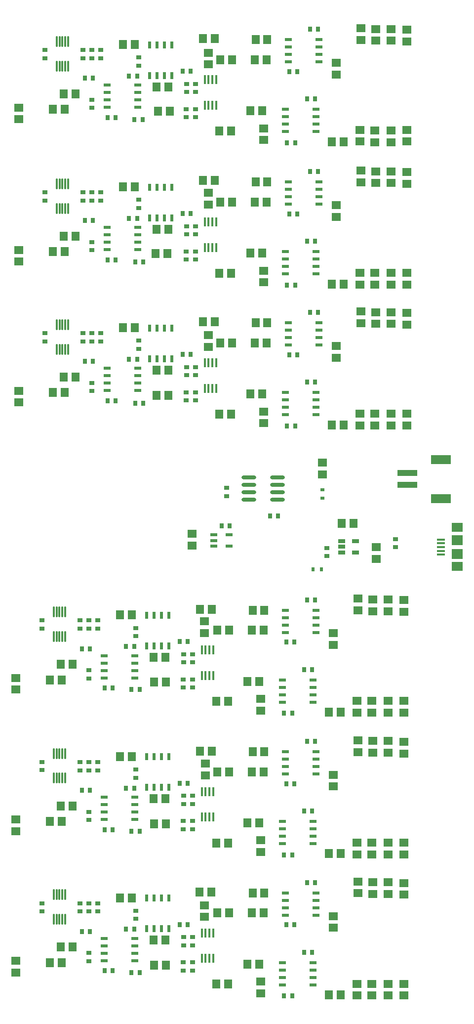
<source format=gtp>
G04 Layer_Color=8421504*
%FSLAX43Y43*%
%MOMM*%
G71*
G01*
G75*
%ADD10R,0.800X0.900*%
%ADD11R,1.500X1.400*%
%ADD12R,1.400X1.500*%
%ADD13R,0.900X0.800*%
%ADD14R,0.600X0.800*%
%ADD15R,0.800X0.600*%
%ADD16R,1.220X0.620*%
%ADD17O,2.500X0.700*%
%ADD18R,1.350X0.400*%
%ADD19R,1.900X1.800*%
%ADD20R,1.300X0.700*%
%ADD21R,3.500X1.000*%
%ADD22R,3.400X1.500*%
G04:AMPARAMS|DCode=23|XSize=0.55mm|YSize=1.25mm|CornerRadius=0.05mm|HoleSize=0mm|Usage=FLASHONLY|Rotation=90.000|XOffset=0mm|YOffset=0mm|HoleType=Round|Shape=RoundedRectangle|*
%AMROUNDEDRECTD23*
21,1,0.550,1.151,0,0,90.0*
21,1,0.451,1.250,0,0,90.0*
1,1,0.099,0.576,0.226*
1,1,0.099,0.576,-0.226*
1,1,0.099,-0.576,-0.226*
1,1,0.099,-0.576,0.226*
%
%ADD23ROUNDEDRECTD23*%
%ADD24R,0.432X1.499*%
%ADD25O,0.300X2.000*%
G04:AMPARAMS|DCode=26|XSize=0.55mm|YSize=1.25mm|CornerRadius=0.05mm|HoleSize=0mm|Usage=FLASHONLY|Rotation=0.000|XOffset=0mm|YOffset=0mm|HoleType=Round|Shape=RoundedRectangle|*
%AMROUNDEDRECTD26*
21,1,0.550,1.151,0,0,0.0*
21,1,0.451,1.250,0,0,0.0*
1,1,0.099,0.226,-0.576*
1,1,0.099,-0.226,-0.576*
1,1,0.099,-0.226,0.576*
1,1,0.099,0.226,0.576*
%
%ADD26ROUNDEDRECTD26*%
%ADD31R,1.900X1.488*%
D10*
X45150Y38481D02*
D03*
X43750D02*
D03*
X45150Y62738D02*
D03*
X43750D02*
D03*
X45150Y86995D02*
D03*
X43750D02*
D03*
X45785Y136017D02*
D03*
X44385D02*
D03*
X45785Y160274D02*
D03*
X44385D02*
D03*
X45658Y184658D02*
D03*
X44258D02*
D03*
X68899Y116713D02*
D03*
X67499D02*
D03*
X59179Y115062D02*
D03*
X60579D02*
D03*
X69912Y34479D02*
D03*
X71312D02*
D03*
X70293Y46671D02*
D03*
X71693D02*
D03*
X75249Y53910D02*
D03*
X73849D02*
D03*
X39116Y38797D02*
D03*
X40516D02*
D03*
X44199Y45909D02*
D03*
X42799D02*
D03*
X35241Y45528D02*
D03*
X36641D02*
D03*
X69912Y58674D02*
D03*
X71312D02*
D03*
X70293Y70866D02*
D03*
X71693D02*
D03*
X75249Y78105D02*
D03*
X73849D02*
D03*
X39116Y62992D02*
D03*
X40516D02*
D03*
X44199Y70104D02*
D03*
X42799D02*
D03*
X35241Y69723D02*
D03*
X36641D02*
D03*
X69912Y82931D02*
D03*
X71312D02*
D03*
X70293Y95123D02*
D03*
X71693D02*
D03*
X75249Y102362D02*
D03*
X73849D02*
D03*
X39116Y87249D02*
D03*
X40516D02*
D03*
X44199Y94361D02*
D03*
X42799D02*
D03*
X35241Y93980D02*
D03*
X36641D02*
D03*
X70420Y132142D02*
D03*
X71820D02*
D03*
X70801Y144334D02*
D03*
X72201D02*
D03*
X75757Y151573D02*
D03*
X74357D02*
D03*
X39624Y136460D02*
D03*
X41024D02*
D03*
X44707Y143572D02*
D03*
X43307D02*
D03*
X35749Y143191D02*
D03*
X37149D02*
D03*
X70420Y156272D02*
D03*
X71820D02*
D03*
X70801Y168464D02*
D03*
X72201D02*
D03*
X75757Y175703D02*
D03*
X74357D02*
D03*
X39624Y160590D02*
D03*
X41024D02*
D03*
X44707Y167702D02*
D03*
X43307D02*
D03*
X35749Y167321D02*
D03*
X37149D02*
D03*
X70420Y180656D02*
D03*
X71820D02*
D03*
X75757Y200087D02*
D03*
X74357D02*
D03*
X70801Y192848D02*
D03*
X72201D02*
D03*
X44707Y192086D02*
D03*
X43307D02*
D03*
X39624Y184974D02*
D03*
X41024D02*
D03*
X35749Y191705D02*
D03*
X37149D02*
D03*
X75249Y188149D02*
D03*
X73849D02*
D03*
X74741Y41972D02*
D03*
X73341D02*
D03*
X74741Y66167D02*
D03*
X73341D02*
D03*
X74741Y90424D02*
D03*
X73341D02*
D03*
X75249Y139635D02*
D03*
X73849D02*
D03*
X75249Y163765D02*
D03*
X73849D02*
D03*
X52005Y46736D02*
D03*
X53405D02*
D03*
X52005Y70931D02*
D03*
X53405D02*
D03*
X52005Y95188D02*
D03*
X53405D02*
D03*
X52513Y144399D02*
D03*
X53913D02*
D03*
X52513Y168529D02*
D03*
X53913D02*
D03*
X52513Y192913D02*
D03*
X53913D02*
D03*
D11*
X56896Y194072D02*
D03*
Y196072D02*
D03*
Y170069D02*
D03*
Y172069D02*
D03*
Y145685D02*
D03*
Y147685D02*
D03*
X56261Y96663D02*
D03*
Y98663D02*
D03*
X56388Y72279D02*
D03*
Y74279D02*
D03*
X56261Y48022D02*
D03*
Y50022D02*
D03*
X85725Y111379D02*
D03*
Y109379D02*
D03*
X76454Y125841D02*
D03*
Y123841D02*
D03*
X54102Y111665D02*
D03*
Y113665D02*
D03*
X90424Y51832D02*
D03*
Y53832D02*
D03*
X87757Y51959D02*
D03*
Y53959D02*
D03*
X65913Y34941D02*
D03*
Y36941D02*
D03*
X85090Y51959D02*
D03*
Y53959D02*
D03*
X82550Y54086D02*
D03*
Y52086D02*
D03*
X90424Y76027D02*
D03*
Y78027D02*
D03*
X87757Y76154D02*
D03*
Y78154D02*
D03*
X65913Y59136D02*
D03*
Y61136D02*
D03*
X85090Y76154D02*
D03*
Y78154D02*
D03*
X82550Y78281D02*
D03*
Y76281D02*
D03*
X90424Y100284D02*
D03*
Y102284D02*
D03*
X87757Y100411D02*
D03*
Y102411D02*
D03*
X65913Y83393D02*
D03*
Y85393D02*
D03*
X85090Y100411D02*
D03*
Y102411D02*
D03*
X82550Y102538D02*
D03*
Y100538D02*
D03*
X90932Y149495D02*
D03*
Y151495D02*
D03*
X88265Y149622D02*
D03*
Y151622D02*
D03*
X66421Y132604D02*
D03*
Y134604D02*
D03*
X85598Y149622D02*
D03*
Y151622D02*
D03*
X83058Y151749D02*
D03*
Y149749D02*
D03*
X90932Y173625D02*
D03*
Y175625D02*
D03*
X88265Y173752D02*
D03*
Y175752D02*
D03*
X66421Y156734D02*
D03*
Y158734D02*
D03*
X85598Y173752D02*
D03*
Y175752D02*
D03*
X83058Y175879D02*
D03*
Y173879D02*
D03*
Y198263D02*
D03*
Y200263D02*
D03*
X85598Y198136D02*
D03*
Y200136D02*
D03*
X88265D02*
D03*
Y198136D02*
D03*
X90932Y200009D02*
D03*
Y198009D02*
D03*
X66421Y181118D02*
D03*
Y183118D02*
D03*
X82931Y182864D02*
D03*
Y180864D02*
D03*
X85471Y180737D02*
D03*
Y182737D02*
D03*
X88265Y180737D02*
D03*
Y182737D02*
D03*
X90932Y180864D02*
D03*
Y182864D02*
D03*
X78867Y192356D02*
D03*
Y194356D02*
D03*
X90424Y36560D02*
D03*
Y34560D02*
D03*
X87757Y36560D02*
D03*
Y34560D02*
D03*
X84963Y36560D02*
D03*
Y34560D02*
D03*
X82423D02*
D03*
Y36560D02*
D03*
X78359Y48179D02*
D03*
Y46179D02*
D03*
X90424Y60755D02*
D03*
Y58755D02*
D03*
X87757Y60755D02*
D03*
Y58755D02*
D03*
X84963Y60755D02*
D03*
Y58755D02*
D03*
X82423D02*
D03*
Y60755D02*
D03*
X78359Y72374D02*
D03*
Y70374D02*
D03*
X90424Y85012D02*
D03*
Y83012D02*
D03*
X87757Y85012D02*
D03*
Y83012D02*
D03*
X84963Y85012D02*
D03*
Y83012D02*
D03*
X82423D02*
D03*
Y85012D02*
D03*
X78359Y96631D02*
D03*
Y94631D02*
D03*
X90932Y134223D02*
D03*
Y132223D02*
D03*
X88265Y134223D02*
D03*
Y132223D02*
D03*
X85471Y134223D02*
D03*
Y132223D02*
D03*
X82931D02*
D03*
Y134223D02*
D03*
X78867Y145842D02*
D03*
Y143842D02*
D03*
X90932Y158353D02*
D03*
Y156353D02*
D03*
X88265Y158353D02*
D03*
Y156353D02*
D03*
X85471Y158353D02*
D03*
Y156353D02*
D03*
X82931D02*
D03*
Y158353D02*
D03*
X78867Y169972D02*
D03*
Y167972D02*
D03*
X24384Y160306D02*
D03*
Y162306D02*
D03*
Y136176D02*
D03*
Y138176D02*
D03*
X23876Y86965D02*
D03*
Y88965D02*
D03*
Y62708D02*
D03*
Y64708D02*
D03*
X23876Y38513D02*
D03*
Y40513D02*
D03*
X24384Y184690D02*
D03*
Y186690D02*
D03*
D12*
X47641Y39751D02*
D03*
X49641D02*
D03*
X81788Y115443D02*
D03*
X79788D02*
D03*
X60293Y36511D02*
D03*
X58293D02*
D03*
X33639Y42861D02*
D03*
X31639D02*
D03*
X31734Y40194D02*
D03*
X29734D02*
D03*
X60293Y60706D02*
D03*
X58293D02*
D03*
X47641Y64008D02*
D03*
X49641D02*
D03*
X33639Y67056D02*
D03*
X31639D02*
D03*
X31734Y64389D02*
D03*
X29734D02*
D03*
X60293Y84963D02*
D03*
X58293D02*
D03*
X47641Y88265D02*
D03*
X49641D02*
D03*
X33639Y91313D02*
D03*
X31639D02*
D03*
X31734Y88646D02*
D03*
X29734D02*
D03*
X60801Y134174D02*
D03*
X58801D02*
D03*
X48022Y137414D02*
D03*
X50022D02*
D03*
X34147Y140524D02*
D03*
X32147D02*
D03*
X32242Y137857D02*
D03*
X30242D02*
D03*
X60801Y158304D02*
D03*
X58801D02*
D03*
X47895Y161671D02*
D03*
X49895D02*
D03*
X34147Y164654D02*
D03*
X32147D02*
D03*
X32242Y161987D02*
D03*
X30242D02*
D03*
X60801Y182688D02*
D03*
X58801D02*
D03*
X48276Y186055D02*
D03*
X50276D02*
D03*
X32242Y186371D02*
D03*
X30242D02*
D03*
X34147Y189038D02*
D03*
X32147D02*
D03*
X78121Y180848D02*
D03*
X80121D02*
D03*
X66151Y186117D02*
D03*
X64151D02*
D03*
X64897Y194880D02*
D03*
X66897D02*
D03*
X60960D02*
D03*
X58960D02*
D03*
X67024Y198309D02*
D03*
X65024D02*
D03*
X65643Y39940D02*
D03*
X63643D02*
D03*
X79613Y34671D02*
D03*
X77613D02*
D03*
X60452Y48703D02*
D03*
X58452D02*
D03*
X66516Y52132D02*
D03*
X64516D02*
D03*
X65643Y64135D02*
D03*
X63643D02*
D03*
X79613Y58866D02*
D03*
X77613D02*
D03*
X60452Y72898D02*
D03*
X58452D02*
D03*
X64389D02*
D03*
X66389D02*
D03*
X66516Y76327D02*
D03*
X64516D02*
D03*
X65643Y88392D02*
D03*
X63643D02*
D03*
X79613Y83123D02*
D03*
X77613D02*
D03*
X60452Y97155D02*
D03*
X58452D02*
D03*
X64389D02*
D03*
X66389D02*
D03*
X66516Y100584D02*
D03*
X64516D02*
D03*
X66151Y137603D02*
D03*
X64151D02*
D03*
X80121Y132334D02*
D03*
X78121D02*
D03*
X60960Y146366D02*
D03*
X58960D02*
D03*
X64897D02*
D03*
X66897D02*
D03*
X67024Y149795D02*
D03*
X65024D02*
D03*
X66151Y161733D02*
D03*
X64151D02*
D03*
X80121Y156464D02*
D03*
X78121D02*
D03*
X60960Y170496D02*
D03*
X58960D02*
D03*
X64897D02*
D03*
X66897D02*
D03*
X67024Y173925D02*
D03*
X65024D02*
D03*
X64389Y48703D02*
D03*
X66389D02*
D03*
X41799Y51308D02*
D03*
X43799D02*
D03*
X55388Y52324D02*
D03*
X57388D02*
D03*
X49514Y44069D02*
D03*
X47514D02*
D03*
X49514Y68264D02*
D03*
X47514D02*
D03*
X41799Y75503D02*
D03*
X43799D02*
D03*
X55515Y76454D02*
D03*
X57515D02*
D03*
X49514Y92521D02*
D03*
X47514D02*
D03*
X41799Y99760D02*
D03*
X43799D02*
D03*
X55515Y100711D02*
D03*
X57515D02*
D03*
X50022Y141732D02*
D03*
X48022D02*
D03*
X42307Y148971D02*
D03*
X44307D02*
D03*
X56023Y149987D02*
D03*
X58023D02*
D03*
X50022Y165862D02*
D03*
X48022D02*
D03*
X42307Y173101D02*
D03*
X44307D02*
D03*
X56023Y174244D02*
D03*
X58023D02*
D03*
X50022Y190246D02*
D03*
X48022D02*
D03*
X42307Y197485D02*
D03*
X44307D02*
D03*
X56023Y198501D02*
D03*
X58023D02*
D03*
D13*
X77216Y109855D02*
D03*
Y111255D02*
D03*
X89027Y111376D02*
D03*
Y112776D02*
D03*
X60071Y121542D02*
D03*
Y120142D02*
D03*
X52705Y44577D02*
D03*
Y43177D02*
D03*
X54229Y44577D02*
D03*
Y43177D02*
D03*
X52578Y38859D02*
D03*
Y40259D02*
D03*
X54229Y38859D02*
D03*
Y40259D02*
D03*
X37989Y50363D02*
D03*
Y48963D02*
D03*
X36465Y50363D02*
D03*
Y48963D02*
D03*
X34941Y50363D02*
D03*
Y48963D02*
D03*
X28418Y48966D02*
D03*
Y50366D02*
D03*
X36449Y41848D02*
D03*
Y40448D02*
D03*
X52705Y68772D02*
D03*
Y67372D02*
D03*
X54229Y68772D02*
D03*
Y67372D02*
D03*
X52578Y63054D02*
D03*
Y64454D02*
D03*
X54229Y63054D02*
D03*
Y64454D02*
D03*
X37989Y74558D02*
D03*
Y73158D02*
D03*
X36465Y74558D02*
D03*
Y73158D02*
D03*
X34941Y74558D02*
D03*
Y73158D02*
D03*
X28418Y73161D02*
D03*
Y74561D02*
D03*
X36449Y66043D02*
D03*
Y64643D02*
D03*
X52705Y93029D02*
D03*
Y91629D02*
D03*
X54229Y93029D02*
D03*
Y91629D02*
D03*
X52578Y87311D02*
D03*
Y88711D02*
D03*
X54229Y87311D02*
D03*
Y88711D02*
D03*
X37989Y98815D02*
D03*
Y97415D02*
D03*
X36465Y98815D02*
D03*
Y97415D02*
D03*
X34941Y98815D02*
D03*
Y97415D02*
D03*
X28418Y97418D02*
D03*
Y98818D02*
D03*
X36449Y90300D02*
D03*
Y88900D02*
D03*
X53213Y142240D02*
D03*
Y140840D02*
D03*
X54737Y142240D02*
D03*
Y140840D02*
D03*
X53086Y136522D02*
D03*
Y137922D02*
D03*
X54737Y136522D02*
D03*
Y137922D02*
D03*
X38497Y148026D02*
D03*
Y146626D02*
D03*
X36973Y148026D02*
D03*
Y146626D02*
D03*
X35449Y148026D02*
D03*
Y146626D02*
D03*
X28926Y146629D02*
D03*
Y148029D02*
D03*
X36957Y139511D02*
D03*
Y138111D02*
D03*
X53213Y166370D02*
D03*
Y164970D02*
D03*
X54737Y166370D02*
D03*
Y164970D02*
D03*
X53086Y160652D02*
D03*
Y162052D02*
D03*
X54737Y160652D02*
D03*
Y162052D02*
D03*
X38497Y172156D02*
D03*
Y170756D02*
D03*
X36973Y172156D02*
D03*
Y170756D02*
D03*
X35449Y172156D02*
D03*
Y170756D02*
D03*
X28926Y170759D02*
D03*
Y172159D02*
D03*
X36957Y163641D02*
D03*
Y162241D02*
D03*
X54737Y190754D02*
D03*
Y189354D02*
D03*
X53213Y190754D02*
D03*
Y189354D02*
D03*
X53086Y185036D02*
D03*
Y186436D02*
D03*
X54737Y185036D02*
D03*
Y186436D02*
D03*
X36957Y188025D02*
D03*
Y186625D02*
D03*
X38497Y196540D02*
D03*
Y195140D02*
D03*
X36973Y196540D02*
D03*
Y195140D02*
D03*
X35449Y196540D02*
D03*
Y195140D02*
D03*
X28926Y195143D02*
D03*
Y196543D02*
D03*
X44450Y49087D02*
D03*
Y47687D02*
D03*
X44450Y73282D02*
D03*
Y71882D02*
D03*
Y97539D02*
D03*
Y96139D02*
D03*
X44958Y146750D02*
D03*
Y145350D02*
D03*
Y170880D02*
D03*
Y169480D02*
D03*
Y195264D02*
D03*
Y193864D02*
D03*
D14*
X74840Y107569D02*
D03*
X76290D02*
D03*
D15*
X76454Y119798D02*
D03*
Y121248D02*
D03*
D16*
X57872Y113472D02*
D03*
Y112522D02*
D03*
Y111572D02*
D03*
X60492D02*
D03*
Y113472D02*
D03*
D17*
X63844Y123317D02*
D03*
Y122047D02*
D03*
Y120777D02*
D03*
Y119507D02*
D03*
X68744Y123317D02*
D03*
Y122047D02*
D03*
Y120777D02*
D03*
Y119507D02*
D03*
D18*
X96768Y110086D02*
D03*
Y110736D02*
D03*
Y111386D02*
D03*
Y112036D02*
D03*
Y112686D02*
D03*
D19*
X99568Y112536D02*
D03*
Y110236D02*
D03*
D20*
X82156Y112390D02*
D03*
Y110490D02*
D03*
X79756D02*
D03*
Y111440D02*
D03*
Y112390D02*
D03*
D21*
X91038Y122063D02*
D03*
Y124063D02*
D03*
D22*
X96788Y119713D02*
D03*
Y126413D02*
D03*
D23*
X70146Y186371D02*
D03*
Y185101D02*
D03*
Y183831D02*
D03*
Y182561D02*
D03*
X75396Y186371D02*
D03*
Y185101D02*
D03*
Y183831D02*
D03*
Y182561D02*
D03*
X39539Y190516D02*
D03*
Y189246D02*
D03*
Y187976D02*
D03*
Y186706D02*
D03*
X44789Y190516D02*
D03*
Y189246D02*
D03*
Y187976D02*
D03*
Y186706D02*
D03*
X70654Y198309D02*
D03*
Y197039D02*
D03*
Y195769D02*
D03*
Y194499D02*
D03*
X75904Y198309D02*
D03*
Y197039D02*
D03*
Y195769D02*
D03*
Y194499D02*
D03*
X69638Y40194D02*
D03*
Y38924D02*
D03*
Y37654D02*
D03*
Y36384D02*
D03*
X74888Y40194D02*
D03*
Y38924D02*
D03*
Y37654D02*
D03*
Y36384D02*
D03*
X39031Y44339D02*
D03*
Y43069D02*
D03*
Y41799D02*
D03*
Y40529D02*
D03*
X44281Y44339D02*
D03*
Y43069D02*
D03*
Y41799D02*
D03*
Y40529D02*
D03*
X70146Y52132D02*
D03*
Y50862D02*
D03*
Y49592D02*
D03*
Y48322D02*
D03*
X75396Y52132D02*
D03*
Y50862D02*
D03*
Y49592D02*
D03*
Y48322D02*
D03*
X69638Y64389D02*
D03*
Y63119D02*
D03*
Y61849D02*
D03*
Y60579D02*
D03*
X74888Y64389D02*
D03*
Y63119D02*
D03*
Y61849D02*
D03*
Y60579D02*
D03*
X39031Y68534D02*
D03*
Y67264D02*
D03*
Y65994D02*
D03*
Y64724D02*
D03*
X44281Y68534D02*
D03*
Y67264D02*
D03*
Y65994D02*
D03*
Y64724D02*
D03*
X70146Y76327D02*
D03*
Y75057D02*
D03*
Y73787D02*
D03*
Y72517D02*
D03*
X75396Y76327D02*
D03*
Y75057D02*
D03*
Y73787D02*
D03*
Y72517D02*
D03*
X69638Y88646D02*
D03*
Y87376D02*
D03*
Y86106D02*
D03*
Y84836D02*
D03*
X74888Y88646D02*
D03*
Y87376D02*
D03*
Y86106D02*
D03*
Y84836D02*
D03*
X39031Y92791D02*
D03*
Y91521D02*
D03*
Y90251D02*
D03*
Y88981D02*
D03*
X44281Y92791D02*
D03*
Y91521D02*
D03*
Y90251D02*
D03*
Y88981D02*
D03*
X70146Y100584D02*
D03*
Y99314D02*
D03*
Y98044D02*
D03*
Y96774D02*
D03*
X75396Y100584D02*
D03*
Y99314D02*
D03*
Y98044D02*
D03*
Y96774D02*
D03*
X70146Y137857D02*
D03*
Y136587D02*
D03*
Y135317D02*
D03*
Y134047D02*
D03*
X75396Y137857D02*
D03*
Y136587D02*
D03*
Y135317D02*
D03*
Y134047D02*
D03*
X39539Y142002D02*
D03*
Y140732D02*
D03*
Y139462D02*
D03*
Y138192D02*
D03*
X44789Y142002D02*
D03*
Y140732D02*
D03*
Y139462D02*
D03*
Y138192D02*
D03*
X70654Y149795D02*
D03*
Y148525D02*
D03*
Y147255D02*
D03*
Y145985D02*
D03*
X75904Y149795D02*
D03*
Y148525D02*
D03*
Y147255D02*
D03*
Y145985D02*
D03*
X70146Y161987D02*
D03*
Y160717D02*
D03*
Y159447D02*
D03*
Y158177D02*
D03*
X75396Y161987D02*
D03*
Y160717D02*
D03*
Y159447D02*
D03*
Y158177D02*
D03*
X39539Y166132D02*
D03*
Y164862D02*
D03*
Y163592D02*
D03*
Y162322D02*
D03*
X44789Y166132D02*
D03*
Y164862D02*
D03*
Y163592D02*
D03*
Y162322D02*
D03*
X70654Y173925D02*
D03*
Y172655D02*
D03*
Y171385D02*
D03*
Y170115D02*
D03*
X75904Y173925D02*
D03*
Y172655D02*
D03*
Y171385D02*
D03*
Y170115D02*
D03*
D24*
X56312Y191476D02*
D03*
X56947D02*
D03*
X57607D02*
D03*
X58242D02*
D03*
Y187108D02*
D03*
X57607D02*
D03*
X56947D02*
D03*
X56312D02*
D03*
X55804Y45299D02*
D03*
X56439D02*
D03*
X57099D02*
D03*
X57734D02*
D03*
Y40931D02*
D03*
X57099D02*
D03*
X56439D02*
D03*
X55804D02*
D03*
X55804Y69494D02*
D03*
X56439D02*
D03*
X57099D02*
D03*
X57734D02*
D03*
Y65126D02*
D03*
X57099D02*
D03*
X56439D02*
D03*
X55804D02*
D03*
Y93751D02*
D03*
X56439D02*
D03*
X57099D02*
D03*
X57734D02*
D03*
Y89383D02*
D03*
X57099D02*
D03*
X56439D02*
D03*
X55804D02*
D03*
X56312Y142962D02*
D03*
X56947D02*
D03*
X57607D02*
D03*
X58242D02*
D03*
Y138594D02*
D03*
X57607D02*
D03*
X56947D02*
D03*
X56312D02*
D03*
Y167092D02*
D03*
X56947D02*
D03*
X57607D02*
D03*
X58242D02*
D03*
Y162724D02*
D03*
X57607D02*
D03*
X56947D02*
D03*
X56312D02*
D03*
D25*
X30893Y193802D02*
D03*
X31393D02*
D03*
X31893D02*
D03*
X32393D02*
D03*
X32893D02*
D03*
X30893Y198002D02*
D03*
X31393D02*
D03*
X31893D02*
D03*
X32393D02*
D03*
X32893D02*
D03*
X30385Y47625D02*
D03*
X30885D02*
D03*
X31385D02*
D03*
X31885D02*
D03*
X32385D02*
D03*
X30385Y51825D02*
D03*
X30885D02*
D03*
X31385D02*
D03*
X31885D02*
D03*
X32385D02*
D03*
X30385Y71820D02*
D03*
X30885D02*
D03*
X31385D02*
D03*
X31885D02*
D03*
X32385D02*
D03*
X30385Y76020D02*
D03*
X30885D02*
D03*
X31385D02*
D03*
X31885D02*
D03*
X32385D02*
D03*
X30385Y96077D02*
D03*
X30885D02*
D03*
X31385D02*
D03*
X31885D02*
D03*
X32385D02*
D03*
X30385Y100277D02*
D03*
X30885D02*
D03*
X31385D02*
D03*
X31885D02*
D03*
X32385D02*
D03*
X30893Y145288D02*
D03*
X31393D02*
D03*
X31893D02*
D03*
X32393D02*
D03*
X32893D02*
D03*
X30893Y149488D02*
D03*
X31393D02*
D03*
X31893D02*
D03*
X32393D02*
D03*
X32893D02*
D03*
X30893Y169418D02*
D03*
X31393D02*
D03*
X31893D02*
D03*
X32393D02*
D03*
X32893D02*
D03*
X30893Y173618D02*
D03*
X31393D02*
D03*
X31893D02*
D03*
X32393D02*
D03*
X32893D02*
D03*
D26*
X50165Y75461D02*
D03*
X48895D02*
D03*
X47625D02*
D03*
X46355D02*
D03*
X50165Y70211D02*
D03*
X48895D02*
D03*
X47625D02*
D03*
X46355D02*
D03*
X50165Y99718D02*
D03*
X48895D02*
D03*
X47625D02*
D03*
X46355D02*
D03*
X50165Y94468D02*
D03*
X48895D02*
D03*
X47625D02*
D03*
X46355D02*
D03*
X50673Y148929D02*
D03*
X49403D02*
D03*
X48133D02*
D03*
X46863D02*
D03*
X50673Y143679D02*
D03*
X49403D02*
D03*
X48133D02*
D03*
X46863D02*
D03*
X50673Y173059D02*
D03*
X49403D02*
D03*
X48133D02*
D03*
X46863D02*
D03*
X50673Y167809D02*
D03*
X49403D02*
D03*
X48133D02*
D03*
X46863D02*
D03*
X50673Y197443D02*
D03*
X49403D02*
D03*
X48133D02*
D03*
X46863D02*
D03*
X50673Y192193D02*
D03*
X49403D02*
D03*
X48133D02*
D03*
X46863D02*
D03*
X50165Y51266D02*
D03*
X48895D02*
D03*
X47625D02*
D03*
X46355D02*
D03*
X50165Y46016D02*
D03*
X48895D02*
D03*
X47625D02*
D03*
X46355D02*
D03*
D31*
X99568Y114730D02*
D03*
X99568Y108042D02*
D03*
M02*

</source>
